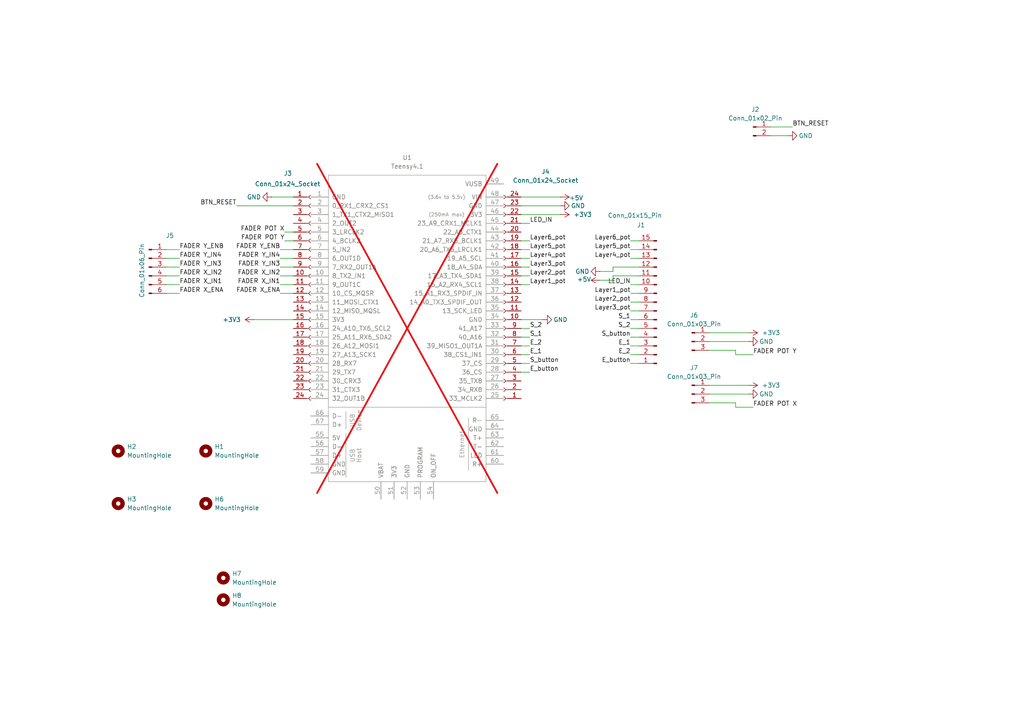
<source format=kicad_sch>
(kicad_sch (version 20250114) (generator "eeschema") (generator_version "9.0")
  (paper "A4")
  (lib_symbols
    (symbol "Connector:Conn_01x02_Pin" (pin_names (offset 1.016) (hide yes))
      (property "Reference" "J" (at 0 2.54 0))
      (property "Value" "Conn_01x02_Pin" (at 0 -5.08 0))
      (symbol "Conn_01x02_Pin_1_1"
        (rectangle (start 0.8636 0.127) (end 0 -0.127) (stroke (width 0.1524)) (fill (type outline)))
        (rectangle (start 0.8636 -2.413) (end 0 -2.667) (stroke (width 0.1524)) (fill (type outline)))
        (polyline (pts (xy 1.27 0) (xy 0.8636 0)) (stroke (width 0.1524)))
        (polyline (pts (xy 1.27 -2.54) (xy 0.8636 -2.54)) (stroke (width 0.1524)))
        (pin passive line (at 5.08 0 180) (length 3.81) (name "Pin_1") (number "1"))
        (pin passive line (at 5.08 -2.54 180) (length 3.81) (name "Pin_2") (number "2"))
      )
    )
    (symbol "Connector:Conn_01x03_Pin" (pin_names (offset 1.016) (hide yes))
      (property "Reference" "J" (at 0 5.08 0))
      (property "Value" "Conn_01x03_Pin" (at 0 -5.08 0))
      (symbol "Conn_01x03_Pin_1_1"
        (rectangle (start 0.8636 2.667) (end 0 2.413) (stroke (width 0.1524)) (fill (type outline)))
        (rectangle (start 0.8636 0.127) (end 0 -0.127) (stroke (width 0.1524)) (fill (type outline)))
        (rectangle (start 0.8636 -2.413) (end 0 -2.667) (stroke (width 0.1524)) (fill (type outline)))
        (polyline (pts (xy 1.27 2.54) (xy 0.8636 2.54)) (stroke (width 0.1524)))
        (polyline (pts (xy 1.27 0) (xy 0.8636 0)) (stroke (width 0.1524)))
        (polyline (pts (xy 1.27 -2.54) (xy 0.8636 -2.54)) (stroke (width 0.1524)))
        (pin passive line (at 5.08 2.54 180) (length 3.81) (name "Pin_1") (number "1"))
        (pin passive line (at 5.08 0 180) (length 3.81) (name "Pin_2") (number "2"))
        (pin passive line (at 5.08 -2.54 180) (length 3.81) (name "Pin_3") (number "3"))
      )
    )
    (symbol "Connector:Conn_01x06_Pin" (pin_names (offset 1.016) (hide yes))
      (property "Reference" "J" (at 0 7.62 0))
      (property "Value" "Conn_01x06_Pin" (at 0 -10.16 0))
      (symbol "Conn_01x06_Pin_1_1"
        (rectangle (start 0.8636 5.207) (end 0 4.953) (stroke (width 0.1524)) (fill (type outline)))
        (rectangle (start 0.8636 2.667) (end 0 2.413) (stroke (width 0.1524)) (fill (type outline)))
        (rectangle (start 0.8636 0.127) (end 0 -0.127) (stroke (width 0.1524)) (fill (type outline)))
        (rectangle (start 0.8636 -2.413) (end 0 -2.667) (stroke (width 0.1524)) (fill (type outline)))
        (rectangle (start 0.8636 -4.953) (end 0 -5.207) (stroke (width 0.1524)) (fill (type outline)))
        (rectangle (start 0.8636 -7.493) (end 0 -7.747) (stroke (width 0.1524)) (fill (type outline)))
        (polyline (pts (xy 1.27 5.08) (xy 0.8636 5.08)) (stroke (width 0.1524)))
        (polyline (pts (xy 1.27 2.54) (xy 0.8636 2.54)) (stroke (width 0.1524)))
        (polyline (pts (xy 1.27 0) (xy 0.8636 0)) (stroke (width 0.1524)))
        (polyline (pts (xy 1.27 -2.54) (xy 0.8636 -2.54)) (stroke (width 0.1524)))
        (polyline (pts (xy 1.27 -5.08) (xy 0.8636 -5.08)) (stroke (width 0.1524)))
        (polyline (pts (xy 1.27 -7.62) (xy 0.8636 -7.62)) (stroke (width 0.1524)))
        (pin passive line (at 5.08 5.08 180) (length 3.81) (name "Pin_1") (number "1"))
        (pin passive line (at 5.08 2.54 180) (length 3.81) (name "Pin_2") (number "2"))
        (pin passive line (at 5.08 0 180) (length 3.81) (name "Pin_3") (number "3"))
        (pin passive line (at 5.08 -2.54 180) (length 3.81) (name "Pin_4") (number "4"))
        (pin passive line (at 5.08 -5.08 180) (length 3.81) (name "Pin_5") (number "5"))
        (pin passive line (at 5.08 -7.62 180) (length 3.81) (name "Pin_6") (number "6"))
      )
    )
    (symbol "Connector:Conn_01x15_Pin" (pin_names (offset 1.016) (hide yes))
      (property "Reference" "J" (at 0 20.32 0))
      (property "Value" "Conn_01x15_Pin" (at 0 -20.32 0))
      (symbol "Conn_01x15_Pin_1_1"
        (rectangle (start 0.8636 17.907) (end 0 17.653) (stroke (width 0.1524)) (fill (type outline)))
        (rectangle (start 0.8636 15.367) (end 0 15.113) (stroke (width 0.1524)) (fill (type outline)))
        (rectangle (start 0.8636 12.827) (end 0 12.573) (stroke (width 0.1524)) (fill (type outline)))
        (rectangle (start 0.8636 10.287) (end 0 10.033) (stroke (width 0.1524)) (fill (type outline)))
        (rectangle (start 0.8636 7.747) (end 0 7.493) (stroke (width 0.1524)) (fill (type outline)))
        (rectangle (start 0.8636 5.207) (end 0 4.953) (stroke (width 0.1524)) (fill (type outline)))
        (rectangle (start 0.8636 2.667) (end 0 2.413) (stroke (width 0.1524)) (fill (type outline)))
        (rectangle (start 0.8636 0.127) (end 0 -0.127) (stroke (width 0.1524)) (fill (type outline)))
        (rectangle (start 0.8636 -2.413) (end 0 -2.667) (stroke (width 0.1524)) (fill (type outline)))
        (rectangle (start 0.8636 -4.953) (end 0 -5.207) (stroke (width 0.1524)) (fill (type outline)))
        (rectangle (start 0.8636 -7.493) (end 0 -7.747) (stroke (width 0.1524)) (fill (type outline)))
        (rectangle (start 0.8636 -10.033) (end 0 -10.287) (stroke (width 0.1524)) (fill (type outline)))
        (rectangle (start 0.8636 -12.573) (end 0 -12.827) (stroke (width 0.1524)) (fill (type outline)))
        (rectangle (start 0.8636 -15.113) (end 0 -15.367) (stroke (width 0.1524)) (fill (type outline)))
        (rectangle (start 0.8636 -17.653) (end 0 -17.907) (stroke (width 0.1524)) (fill (type outline)))
        (polyline (pts (xy 1.27 17.78) (xy 0.8636 17.78)) (stroke (width 0.1524)))
        (polyline (pts (xy 1.27 15.24) (xy 0.8636 15.24)) (stroke (width 0.1524)))
        (polyline (pts (xy 1.27 12.7) (xy 0.8636 12.7)) (stroke (width 0.1524)))
        (polyline (pts (xy 1.27 10.16) (xy 0.8636 10.16)) (stroke (width 0.1524)))
        (polyline (pts (xy 1.27 7.62) (xy 0.8636 7.62)) (stroke (width 0.1524)))
        (polyline (pts (xy 1.27 5.08) (xy 0.8636 5.08)) (stroke (width 0.1524)))
        (polyline (pts (xy 1.27 2.54) (xy 0.8636 2.54)) (stroke (width 0.1524)))
        (polyline (pts (xy 1.27 0) (xy 0.8636 0)) (stroke (width 0.1524)))
        (polyline (pts (xy 1.27 -2.54) (xy 0.8636 -2.54)) (stroke (width 0.1524)))
        (polyline (pts (xy 1.27 -5.08) (xy 0.8636 -5.08)) (stroke (width 0.1524)))
        (polyline (pts (xy 1.27 -7.62) (xy 0.8636 -7.62)) (stroke (width 0.1524)))
        (polyline (pts (xy 1.27 -10.16) (xy 0.8636 -10.16)) (stroke (width 0.1524)))
        (polyline (pts (xy 1.27 -12.7) (xy 0.8636 -12.7)) (stroke (width 0.1524)))
        (polyline (pts (xy 1.27 -15.24) (xy 0.8636 -15.24)) (stroke (width 0.1524)))
        (polyline (pts (xy 1.27 -17.78) (xy 0.8636 -17.78)) (stroke (width 0.1524)))
        (pin passive line (at 5.08 17.78 180) (length 3.81) (name "Pin_1") (number "1"))
        (pin passive line (at 5.08 15.24 180) (length 3.81) (name "Pin_2") (number "2"))
        (pin passive line (at 5.08 12.7 180) (length 3.81) (name "Pin_3") (number "3"))
        (pin passive line (at 5.08 10.16 180) (length 3.81) (name "Pin_4") (number "4"))
        (pin passive line (at 5.08 7.62 180) (length 3.81) (name "Pin_5") (number "5"))
        (pin passive line (at 5.08 5.08 180) (length 3.81) (name "Pin_6") (number "6"))
        (pin passive line (at 5.08 2.54 180) (length 3.81) (name "Pin_7") (number "7"))
        (pin passive line (at 5.08 0 180) (length 3.81) (name "Pin_8") (number "8"))
        (pin passive line (at 5.08 -2.54 180) (length 3.81) (name "Pin_9") (number "9"))
        (pin passive line (at 5.08 -5.08 180) (length 3.81) (name "Pin_10") (number "10"))
        (pin passive line (at 5.08 -7.62 180) (length 3.81) (name "Pin_11") (number "11"))
        (pin passive line (at 5.08 -10.16 180) (length 3.81) (name "Pin_12") (number "12"))
        (pin passive line (at 5.08 -12.7 180) (length 3.81) (name "Pin_13") (number "13"))
        (pin passive line (at 5.08 -15.24 180) (length 3.81) (name "Pin_14") (number "14"))
        (pin passive line (at 5.08 -17.78 180) (length 3.81) (name "Pin_15") (number "15"))
      )
    )
    (symbol "Connector:Conn_01x24_Socket" (pin_names (offset 1.016) (hide yes))
      (property "Reference" "J" (at 0 30.48 0))
      (property "Value" "Conn_01x24_Socket" (at 0 -33.02 0))
      (symbol "Conn_01x24_Socket_1_1"
        (polyline (pts (xy -1.27 27.94) (xy -0.508 27.94)) (stroke (width 0.1524)))
        (polyline (pts (xy -1.27 25.4) (xy -0.508 25.4)) (stroke (width 0.1524)))
        (polyline (pts (xy -1.27 22.86) (xy -0.508 22.86)) (stroke (width 0.1524)))
        (polyline (pts (xy -1.27 20.32) (xy -0.508 20.32)) (stroke (width 0.1524)))
        (polyline (pts (xy -1.27 17.78) (xy -0.508 17.78)) (stroke (width 0.1524)))
        (polyline (pts (xy -1.27 15.24) (xy -0.508 15.24)) (stroke (width 0.1524)))
        (polyline (pts (xy -1.27 12.7) (xy -0.508 12.7)) (stroke (width 0.1524)))
        (polyline (pts (xy -1.27 10.16) (xy -0.508 10.16)) (stroke (width 0.1524)))
        (polyline (pts (xy -1.27 7.62) (xy -0.508 7.62)) (stroke (width 0.1524)))
        (polyline (pts (xy -1.27 5.08) (xy -0.508 5.08)) (stroke (width 0.1524)))
        (polyline (pts (xy -1.27 2.54) (xy -0.508 2.54)) (stroke (width 0.1524)))
        (polyline (pts (xy -1.27 0) (xy -0.508 0)) (stroke (width 0.1524)))
        (polyline (pts (xy -1.27 -2.54) (xy -0.508 -2.54)) (stroke (width 0.1524)))
        (polyline (pts (xy -1.27 -5.08) (xy -0.508 -5.08)) (stroke (width 0.1524)))
        (polyline (pts (xy -1.27 -7.62) (xy -0.508 -7.62)) (stroke (width 0.1524)))
        (polyline (pts (xy -1.27 -10.16) (xy -0.508 -10.16)) (stroke (width 0.1524)))
        (polyline (pts (xy -1.27 -12.7) (xy -0.508 -12.7)) (stroke (width 0.1524)))
        (polyline (pts (xy -1.27 -15.24) (xy -0.508 -15.24)) (stroke (width 0.1524)))
        (polyline (pts (xy -1.27 -17.78) (xy -0.508 -17.78)) (stroke (width 0.1524)))
        (polyline (pts (xy -1.27 -20.32) (xy -0.508 -20.32)) (stroke (width 0.1524)))
        (polyline (pts (xy -1.27 -22.86) (xy -0.508 -22.86)) (stroke (width 0.1524)))
        (polyline (pts (xy -1.27 -25.4) (xy -0.508 -25.4)) (stroke (width 0.1524)))
        (polyline (pts (xy -1.27 -27.94) (xy -0.508 -27.94)) (stroke (width 0.1524)))
        (polyline (pts (xy -1.27 -30.48) (xy -0.508 -30.48)) (stroke (width 0.1524)))
        (arc (start 0 27.432) (mid -0.5058 27.94) (end 0 28.448) (stroke (width 0.1524)))
        (arc (start 0 24.892) (mid -0.5058 25.4) (end 0 25.908) (stroke (width 0.1524)))
        (arc (start 0 22.352) (mid -0.5058 22.86) (end 0 23.368) (stroke (width 0.1524)))
        (arc (start 0 19.812) (mid -0.5058 20.32) (end 0 20.828) (stroke (width 0.1524)))
        (arc (start 0 17.272) (mid -0.5058 17.78) (end 0 18.288) (stroke (width 0.1524)))
        (arc (start 0 14.732) (mid -0.5058 15.24) (end 0 15.748) (stroke (width 0.1524)))
        (arc (start 0 12.192) (mid -0.5058 12.7) (end 0 13.208) (stroke (width 0.1524)))
        (arc (start 0 9.652) (mid -0.5058 10.16) (end 0 10.668) (stroke (width 0.1524)))
        (arc (start 0 7.112) (mid -0.5058 7.62) (end 0 8.128) (stroke (width 0.1524)))
        (arc (start 0 4.572) (mid -0.5058 5.08) (end 0 5.588) (stroke (width 0.1524)))
        (arc (start 0 2.032) (mid -0.5058 2.54) (end 0 3.048) (stroke (width 0.1524)))
        (arc (start 0 -0.508) (mid -0.5058 0) (end 0 0.508) (stroke (width 0.1524)))
        (arc (start 0 -3.048) (mid -0.5058 -2.54) (end 0 -2.032) (stroke (width 0.1524)))
        (arc (start 0 -5.588) (mid -0.5058 -5.08) (end 0 -4.572) (stroke (width 0.1524)))
        (arc (start 0 -8.128) (mid -0.5058 -7.62) (end 0 -7.112) (stroke (width 0.1524)))
        (arc (start 0 -10.668) (mid -0.5058 -10.16) (end 0 -9.652) (stroke (width 0.1524)))
        (arc (start 0 -13.208) (mid -0.5058 -12.7) (end 0 -12.192) (stroke (width 0.1524)))
        (arc (start 0 -15.748) (mid -0.5058 -15.24) (end 0 -14.732) (stroke (width 0.1524)))
        (arc (start 0 -18.288) (mid -0.5058 -17.78) (end 0 -17.272) (stroke (width 0.1524)))
        (arc (start 0 -20.828) (mid -0.5058 -20.32) (end 0 -19.812) (stroke (width 0.1524)))
        (arc (start 0 -23.368) (mid -0.5058 -22.86) (end 0 -22.352) (stroke (width 0.1524)))
        (arc (start 0 -25.908) (mid -0.5058 -25.4) (end 0 -24.892) (stroke (width 0.1524)))
        (arc (start 0 -28.448) (mid -0.5058 -27.94) (end 0 -27.432) (stroke (width 0.1524)))
        (arc (start 0 -30.988) (mid -0.5058 -30.48) (end 0 -29.972) (stroke (width 0.1524)))
        (pin passive line (at -5.08 27.94 0) (length 3.81) (name "Pin_1") (number "1"))
        (pin passive line (at -5.08 25.4 0) (length 3.81) (name "Pin_2") (number "2"))
        (pin passive line (at -5.08 22.86 0) (length 3.81) (name "Pin_3") (number "3"))
        (pin passive line (at -5.08 20.32 0) (length 3.81) (name "Pin_4") (number "4"))
        (pin passive line (at -5.08 17.78 0) (length 3.81) (name "Pin_5") (number "5"))
        (pin passive line (at -5.08 15.24 0) (length 3.81) (name "Pin_6") (number "6"))
        (pin passive line (at -5.08 12.7 0) (length 3.81) (name "Pin_7") (number "7"))
        (pin passive line (at -5.08 10.16 0) (length 3.81) (name "Pin_8") (number "8"))
        (pin passive line (at -5.08 7.62 0) (length 3.81) (name "Pin_9") (number "9"))
        (pin passive line (at -5.08 5.08 0) (length 3.81) (name "Pin_10") (number "10"))
        (pin passive line (at -5.08 2.54 0) (length 3.81) (name "Pin_11") (number "11"))
        (pin passive line (at -5.08 0 0) (length 3.81) (name "Pin_12") (number "12"))
        (pin passive line (at -5.08 -2.54 0) (length 3.81) (name "Pin_13") (number "13"))
        (pin passive line (at -5.08 -5.08 0) (length 3.81) (name "Pin_14") (number "14"))
        (pin passive line (at -5.08 -7.62 0) (length 3.81) (name "Pin_15") (number "15"))
        (pin passive line (at -5.08 -10.16 0) (length 3.81) (name "Pin_16") (number "16"))
        (pin passive line (at -5.08 -12.7 0) (length 3.81) (name "Pin_17") (number "17"))
        (pin passive line (at -5.08 -15.24 0) (length 3.81) (name "Pin_18") (number "18"))
        (pin passive line (at -5.08 -17.78 0) (length 3.81) (name "Pin_19") (number "19"))
        (pin passive line (at -5.08 -20.32 0) (length 3.81) (name "Pin_20") (number "20"))
        (pin passive line (at -5.08 -22.86 0) (length 3.81) (name "Pin_21") (number "21"))
        (pin passive line (at -5.08 -25.4 0) (length 3.81) (name "Pin_22") (number "22"))
        (pin passive line (at -5.08 -27.94 0) (length 3.81) (name "Pin_23") (number "23"))
        (pin passive line (at -5.08 -30.48 0) (length 3.81) (name "Pin_24") (number "24"))
      )
    )
    (symbol "Mechanical:MountingHole" (pin_names (offset 1.016)) (in_bom no)
      (property "Reference" "H" (at 0 5.08 0))
      (property "Value" "MountingHole" (at 0 3.175 0))
      (symbol "MountingHole_0_1"
        (circle (center 0 0) (radius 1.27) (stroke (width 1.27)))
      )
    )
    (symbol "power:+3V3" (power) (pin_numbers (hide yes)) (pin_names (offset 0) (hide yes))
      (property "Value" "+3V3" (at 0 3.556 0))
      (symbol "+3V3_0_1"
        (polyline (pts (xy -0.762 1.27) (xy 0 2.54)))
        (polyline (pts (xy 0 2.54) (xy 0.762 1.27)))
        (polyline (pts (xy 0 0) (xy 0 2.54)))
      )
      (symbol "+3V3_1_1"
        (pin power_in line (at 0 0 90) (length 0) (name "~") (number "1"))
      )
    )
    (symbol "power:+5V" (power) (pin_numbers (hide yes)) (pin_names (offset 0) (hide yes))
      (property "Value" "+5V" (at 0 3.556 0))
      (symbol "+5V_0_1"
        (polyline (pts (xy -0.762 1.27) (xy 0 2.54)))
        (polyline (pts (xy 0 2.54) (xy 0.762 1.27)))
        (polyline (pts (xy 0 0) (xy 0 2.54)))
      )
      (symbol "+5V_1_1"
        (pin power_in line (at 0 0 90) (length 0) (name "~") (number "1"))
      )
    )
    (symbol "power:GND" (power) (pin_numbers (hide yes)) (pin_names (offset 0) (hide yes))
      (property "Value" "GND" (at 0 -3.81 0))
      (symbol "GND_0_1"
        (polyline (pts (xy 0 0) (xy 0 -1.27) (xy 1.27 -1.27) (xy 0 -2.54) (xy -1.27 -1.27) (xy 0 -1.27)))
      )
      (symbol "GND_1_1"
        (pin power_in line (at 0 0 270) (length 0) (name "~") (number "1"))
      )
    )
    (symbol "teensy:Teensy4.1" (pin_names (offset 1.016))
      (property "Reference" "U" (at 0 64.77 0))
      (property "Value" "Teensy4.1" (at 0 62.23 0))
      (symbol "Teensy4.1_0_0"
        (polyline (pts (xy -22.86 -6.35) (xy 22.86 -6.35)))
        (polyline (pts (xy -17.78 -7.62) (xy -17.78 -12.7)))
        (polyline (pts (xy -17.78 -26.67) (xy -17.78 -13.97)))
        (polyline (pts (xy 17.78 -9.525) (xy 17.78 -24.765)))
        (text "USB" (at -15.875 -10.16 900) (effects (font (size 1.27 1.27))))
        (text "USB" (at -15.875 -20.32 900) (effects (font (size 1.27 1.27))))
        (text "Device" (at -13.97 -10.16 900) (effects (font (size 1.27 1.27))))
        (text "Host" (at -13.97 -20.32 900) (effects (font (size 1.27 1.27))))
        (text "(3.6v to 5.5v)" (at 11.43 54.61 0) (effects (font (size 1.016 1.016))))
        (text "(250mA max)" (at 11.43 49.53 0) (effects (font (size 1.016 1.016))))
        (text "Ethernet" (at 15.875 -17.145 900) (effects (font (size 1.27 1.27))))
        (pin bidirectional line (at -27.94 44.45 0) (length 5.08) (name "3_LRCLK2") (number "5"))
        (pin bidirectional line (at -27.94 41.91 0) (length 5.08) (name "4_BCLK2") (number "6"))
        (pin bidirectional line (at -27.94 39.37 0) (length 5.08) (name "5_IN2") (number "7"))
        (pin bidirectional line (at -27.94 36.83 0) (length 5.08) (name "6_OUT1D") (number "8"))
        (pin bidirectional line (at -27.94 34.29 0) (length 5.08) (name "7_RX2_OUT1A") (number "9"))
        (pin bidirectional line (at -27.94 31.75 0) (length 5.08) (name "8_TX2_IN1") (number "10"))
        (pin bidirectional line (at -27.94 29.21 0) (length 5.08) (name "9_OUT1C") (number "11"))
        (pin bidirectional line (at -27.94 26.67 0) (length 5.08) (name "10_CS_MQSR") (number "12"))
        (pin bidirectional line (at -27.94 24.13 0) (length 5.08) (name "11_MOSI_CTX1") (number "13"))
        (pin bidirectional line (at -27.94 21.59 0) (length 5.08) (name "12_MISO_MQSL") (number "14"))
        (pin power_in line (at -27.94 19.05 0) (length 5.08) (name "3V3") (number "15"))
        (pin bidirectional line (at -27.94 16.51 0) (length 5.08) (name "24_A10_TX6_SCL2") (number "16"))
        (pin bidirectional line (at -27.94 13.97 0) (length 5.08) (name "25_A11_RX6_SDA2") (number "17"))
        (pin bidirectional line (at -27.94 11.43 0) (length 5.08) (name "26_A12_MOSI1") (number "18"))
        (pin bidirectional line (at -27.94 8.89 0) (length 5.08) (name "27_A13_SCK1") (number "19"))
        (pin bidirectional line (at -27.94 6.35 0) (length 5.08) (name "28_RX7") (number "20"))
        (pin bidirectional line (at -27.94 3.81 0) (length 5.08) (name "29_TX7") (number "21"))
        (pin bidirectional line (at -27.94 1.27 0) (length 5.08) (name "30_CRX3") (number "22"))
        (pin bidirectional line (at -27.94 -1.27 0) (length 5.08) (name "31_CTX3") (number "23"))
        (pin bidirectional line (at -27.94 -3.81 0) (length 5.08) (name "32_OUT1B") (number "24"))
        (pin bidirectional line (at -27.94 -8.89 0) (length 5.08) (name "D-") (number "66"))
        (pin bidirectional line (at -27.94 -11.43 0) (length 5.08) (name "D+") (number "67"))
        (pin power_out line (at -27.94 -15.24 0) (length 5.08) (name "5V") (number "55"))
        (pin bidirectional line (at -27.94 -17.78 0) (length 5.08) (name "D-") (number "56"))
        (pin bidirectional line (at -27.94 -20.32 0) (length 5.08) (name "D+") (number "57"))
        (pin power_in line (at -27.94 -22.86 0) (length 5.08) (name "GND") (number "58"))
        (pin power_in line (at -27.94 -25.4 0) (length 5.08) (name "GND") (number "59"))
        (pin power_in line (at -7.62 -33.02 90) (length 5.08) (name "VBAT") (number "50"))
        (pin power_in line (at -3.81 -33.02 90) (length 5.08) (name "3V3") (number "51"))
        (pin input line (at 0 -33.02 90) (length 5.08) (name "GND") (number "52"))
        (pin input line (at 3.81 -33.02 90) (length 5.08) (name "PROGRAM") (number "53"))
        (pin input line (at 7.62 -33.02 90) (length 5.08) (name "ON_OFF") (number "54"))
        (pin power_out line (at 27.94 58.42 180) (length 5.08) (name "VUSB") (number "49"))
        (pin power_in line (at 27.94 54.61 180) (length 5.08) (name "VIN") (number "48"))
        (pin output line (at 27.94 52.07 180) (length 5.08) (name "GND") (number "47"))
        (pin output line (at 27.94 49.53 180) (length 5.08) (name "3V3") (number "46"))
        (pin bidirectional line (at 27.94 46.99 180) (length 5.08) (name "23_A9_CRX1_MCLK1") (number "45"))
        (pin bidirectional line (at 27.94 44.45 180) (length 5.08) (name "22_A8_CTX1") (number "44"))
        (pin bidirectional line (at 27.94 41.91 180) (length 5.08) (name "21_A7_RX5_BCLK1") (number "43"))
        (pin bidirectional line (at 27.94 39.37 180) (length 5.08) (name "20_A6_TX5_LRCLK1") (number "42"))
        (pin bidirectional line (at 27.94 36.83 180) (length 5.08) (name "19_A5_SCL") (number "41"))
        (pin bidirectional line (at 27.94 34.29 180) (length 5.08) (name "18_A4_SDA") (number "40"))
        (pin bidirectional line (at 27.94 31.75 180) (length 5.08) (name "17_A3_TX4_SDA1") (number "39"))
        (pin bidirectional line (at 27.94 29.21 180) (length 5.08) (name "16_A2_RX4_SCL1") (number "38"))
        (pin bidirectional line (at 27.94 26.67 180) (length 5.08) (name "15_A1_RX3_SPDIF_IN") (number "37"))
        (pin bidirectional line (at 27.94 24.13 180) (length 5.08) (name "14_A0_TX3_SPDIF_OUT") (number "36"))
        (pin bidirectional line (at 27.94 21.59 180) (length 5.08) (name "13_SCK_LED") (number "35"))
        (pin bidirectional line (at 27.94 16.51 180) (length 5.08) (name "41_A17") (number "33"))
        (pin bidirectional line (at 27.94 13.97 180) (length 5.08) (name "40_A16") (number "32"))
        (pin bidirectional line (at 27.94 11.43 180) (length 5.08) (name "39_MISO1_OUT1A") (number "31"))
        (pin bidirectional line (at 27.94 8.89 180) (length 5.08) (name "38_CS1_IN1") (number "30"))
        (pin bidirectional line (at 27.94 6.35 180) (length 5.08) (name "37_CS") (number "29"))
        (pin bidirectional line (at 27.94 3.81 180) (length 5.08) (name "36_CS") (number "28"))
        (pin bidirectional line (at 27.94 1.27 180) (length 5.08) (name "35_TX8") (number "27"))
        (pin bidirectional line (at 27.94 -1.27 180) (length 5.08) (name "34_RX8") (number "26"))
        (pin bidirectional line (at 27.94 -3.81 180) (length 5.08) (name "33_MCLK2") (number "25"))
        (pin bidirectional line (at 27.94 -10.16 180) (length 5.08) (name "R-") (number "65"))
        (pin power_in line (at 27.94 -12.7 180) (length 5.08) (name "GND") (number "64"))
        (pin bidirectional line (at 27.94 -15.24 180) (length 5.08) (name "T+") (number "63"))
        (pin bidirectional line (at 27.94 -17.78 180) (length 5.08) (name "T-") (number "62"))
        (pin bidirectional line (at 27.94 -20.32 180) (length 5.08) (name "LED") (number "61"))
        (pin bidirectional line (at 27.94 -22.86 180) (length 5.08) (name "R+") (number "60"))
      )
      (symbol "Teensy4.1_0_1"
        (rectangle (start -22.86 60.96) (end 22.86 -27.94))
        (rectangle (start -20.32 -1.27) (end -20.32 -1.27))
      )
      (symbol "Teensy4.1_1_1"
        (pin power_in line (at -27.94 54.61 0) (length 5.08) (name "GND") (number "1"))
        (pin bidirectional line (at -27.94 52.07 0) (length 5.08) (name "0_RX1_CRX2_CS1") (number "2"))
        (pin bidirectional line (at -27.94 49.53 0) (length 5.08) (name "1_TX1_CTX2_MISO1") (number "3"))
        (pin bidirectional line (at -27.94 46.99 0) (length 5.08) (name "2_OUT2") (number "4"))
        (pin power_in line (at 27.94 19.05 180) (length 5.08) (name "GND") (number "34"))
      )
    )
  )
  (wire (pts (xy 81.28 85.09) (xy 85.09 85.09)))
  (wire (pts (xy 52.07 77.47) (xy 48.26 77.47)))
  (wire (pts (xy 173.99 81.28) (xy 177.8 81.28)))
  (wire (pts (xy 182.88 87.63) (xy 185.42 87.63)))
  (wire (pts (xy 182.88 72.39) (xy 185.42 72.39)))
  (wire (pts (xy 151.13 57.15) (xy 162.56 57.15)))
  (wire (pts (xy 182.88 95.25) (xy 185.42 95.25)))
  (wire (pts (xy 153.67 74.93) (xy 151.13 74.93)))
  (wire (pts (xy 153.67 95.25) (xy 151.13 95.25)))
  (wire (pts (xy 153.67 82.55) (xy 151.13 82.55)))
  (wire (pts (xy 52.07 85.09) (xy 48.26 85.09)))
  (wire (pts (xy 153.67 102.87) (xy 151.13 102.87)))
  (wire (pts (xy 213.36 118.11) (xy 218.44 118.11)))
  (wire (pts (xy 182.88 92.71) (xy 185.42 92.71)))
  (wire (pts (xy 205.74 96.52) (xy 217.17 96.52)))
  (wire (pts (xy 223.52 39.37) (xy 228.6 39.37)))
  (wire (pts (xy 153.67 64.77) (xy 151.13 64.77)))
  (wire (pts (xy 223.52 36.83) (xy 229.87 36.83)))
  (wire (pts (xy 52.07 82.55) (xy 48.26 82.55)))
  (wire (pts (xy 81.28 74.93) (xy 85.09 74.93)))
  (wire (pts (xy 153.67 97.79) (xy 151.13 97.79)))
  (wire (pts (xy 177.8 81.28) (xy 177.8 80.01)))
  (wire (pts (xy 177.8 80.01) (xy 185.42 80.01)))
  (wire (pts (xy 182.88 69.85) (xy 185.42 69.85)))
  (wire (pts (xy 173.99 78.74) (xy 177.8 78.74)))
  (wire (pts (xy 205.74 114.3) (xy 217.17 114.3)))
  (wire (pts (xy 151.13 62.23) (xy 162.56 62.23)))
  (wire (pts (xy 153.67 107.95) (xy 151.13 107.95)))
  (wire (pts (xy 177.8 77.47) (xy 185.42 77.47)))
  (wire (pts (xy 85.09 92.71) (xy 73.66 92.71)))
  (wire (pts (xy 78.74 57.15) (xy 85.09 57.15)))
  (wire (pts (xy 153.67 105.41) (xy 151.13 105.41)))
  (wire (pts (xy 81.28 82.55) (xy 85.09 82.55)))
  (wire (pts (xy 182.88 100.33) (xy 185.42 100.33)))
  (wire (pts (xy 82.55 67.31) (xy 85.09 67.31)))
  (wire (pts (xy 213.36 118.11) (xy 213.36 116.84)))
  (wire (pts (xy 177.8 78.74) (xy 177.8 77.47)))
  (wire (pts (xy 153.67 80.01) (xy 151.13 80.01)))
  (wire (pts (xy 182.88 97.79) (xy 185.42 97.79)))
  (wire (pts (xy 182.88 102.87) (xy 185.42 102.87)))
  (wire (pts (xy 81.28 80.01) (xy 85.09 80.01)))
  (wire (pts (xy 52.07 74.93) (xy 48.26 74.93)))
  (wire (pts (xy 153.67 72.39) (xy 151.13 72.39)))
  (wire (pts (xy 213.36 116.84) (xy 205.74 116.84)))
  (wire (pts (xy 81.28 72.39) (xy 85.09 72.39)))
  (wire (pts (xy 205.74 111.76) (xy 217.17 111.76)))
  (wire (pts (xy 153.67 100.33) (xy 151.13 100.33)))
  (wire (pts (xy 52.07 80.01) (xy 48.26 80.01)))
  (wire (pts (xy 52.07 72.39) (xy 48.26 72.39)))
  (wire (pts (xy 153.67 77.47) (xy 151.13 77.47)))
  (wire (pts (xy 205.74 99.06) (xy 217.17 99.06)))
  (wire (pts (xy 82.55 69.85) (xy 85.09 69.85)))
  (wire (pts (xy 213.36 101.6) (xy 205.74 101.6)))
  (wire (pts (xy 182.88 105.41) (xy 185.42 105.41)))
  (wire (pts (xy 81.28 77.47) (xy 85.09 77.47)))
  (wire (pts (xy 182.88 82.55) (xy 185.42 82.55)))
  (wire (pts (xy 213.36 102.87) (xy 218.44 102.87)))
  (wire (pts (xy 153.67 69.85) (xy 151.13 69.85)))
  (wire (pts (xy 151.13 59.69) (xy 162.56 59.69)))
  (wire (pts (xy 182.88 74.93) (xy 185.42 74.93)))
  (wire (pts (xy 68.58 59.69) (xy 85.09 59.69)))
  (wire (pts (xy 213.36 102.87) (xy 213.36 101.6)))
  (wire (pts (xy 182.88 90.17) (xy 185.42 90.17)))
  (wire (pts (xy 182.88 85.09) (xy 185.42 85.09)))
  (wire (pts (xy 157.48 92.71) (xy 151.13 92.71)))
  (label "FADER Y_ENB" (at 52.07 72.39 0))
  (label "E_1" (at 182.88 100.33 180))
  (label "FADER Y_IN4" (at 52.07 74.93 0))
  (label "Layer3_pot" (at 182.88 90.17 180))
  (label "FADER POT X" (at 82.55 67.31 180))
  (label "Layer6_pot" (at 182.88 69.85 180))
  (label "FADER X_IN1" (at 52.07 82.55 0))
  (label "E_button" (at 153.67 107.95 0))
  (label "FADER X_ENA" (at 81.28 85.09 180))
  (label "LED_IN" (at 182.88 82.55 180))
  (label "FADER X_IN2" (at 52.07 80.01 0))
  (label "S_1" (at 182.88 92.71 180))
  (label "LED_IN" (at 153.67 64.77 0))
  (label "FADER X_IN2" (at 81.28 80.01 180))
  (label "S_button" (at 182.88 97.79 180))
  (label "Layer4_pot" (at 153.67 74.93 0))
  (label "FADER POT Y" (at 82.55 69.85 180))
  (label "Layer3_pot" (at 153.67 77.47 0))
  (label "Layer2_pot" (at 182.88 87.63 180))
  (label "Layer2_pot" (at 153.67 80.01 0))
  (label "S_button" (at 153.67 105.41 0))
  (label "E_2" (at 153.67 100.33 0))
  (label "Layer5_pot" (at 153.67 72.39 0))
  (label "FADER Y_ENB" (at 81.28 72.39 180))
  (label "E_2" (at 182.88 102.87 180))
  (label "BTN_RESET" (at 229.87 36.83 0))
  (label "FADER X_IN1" (at 81.28 82.55 180))
  (label "FADER Y_IN3" (at 52.07 77.47 0))
  (label "FADER Y_IN3" (at 81.28 77.47 180))
  (label "FADER Y_IN4" (at 81.28 74.93 180))
  (label "S_2" (at 182.88 95.25 180))
  (label "FADER X_ENA" (at 52.07 85.09 0))
  (label "S_1" (at 153.67 97.79 0))
  (label "BTN_RESET" (at 68.58 59.69 180))
  (label "Layer5_pot" (at 182.88 72.39 180))
  (label "E_button" (at 182.88 105.41 180))
  (label "S_2" (at 153.67 95.25 0))
  (label "FADER POT Y" (at 218.44 102.87 0))
  (label "E_1" (at 153.67 102.87 0))
  (label "Layer4_pot" (at 182.88 74.93 180))
  (label "Layer1_pot" (at 182.88 85.09 180))
  (label "FADER POT X" (at 218.44 118.11 0))
  (label "Layer1_pot" (at 153.67 82.55 0))
  (label "Layer6_pot" (at 153.67 69.85 0))
  (symbol (lib_id "Mechanical:MountingHole") (at 64.77 167.64 0) (unit 1) (in_bom no)
    (property "Reference" "H7" (at 67.31 166.3699 0) (effects (justify left)))
    (property "Value" "MountingHole" (at 67.31 168.9099 0) (effects (justify left)))
    (property "Footprint" "MountingHole:ToolingHole_1.152mm" (effects (hide yes)))
    (property "Description" "Mounting Hole without connection" (effects (hide yes)))
  )
  (symbol (lib_id "power:+3V3") (at 162.56 62.23 270) (unit 1)
    (property "Reference" "#PWR05" (effects (hide yes)))
    (property "Value" "+3V3" (at 166.37 62.2299 90) (effects (justify left)))
    (property "Description" "Power symbol creates a global label with name \"+3V3\"" (effects (hide yes)))
  )
  (symbol (lib_id "Mechanical:MountingHole") (at 64.77 173.99 0) (unit 1) (in_bom no)
    (property "Reference" "H8" (at 67.31 172.7199 0) (effects (justify left)))
    (property "Value" "MountingHole" (at 67.31 175.2599 0) (effects (justify left)))
    (property "Footprint" "MountingHole:ToolingHole_1.152mm" (effects (hide yes)))
    (property "Description" "Mounting Hole without connection" (effects (hide yes)))
  )
  (symbol (lib_id "power:GND") (at 173.99 78.74 270) (unit 1)
    (property "Reference" "#PWR016" (effects (hide yes)))
    (property "Value" "GND" (at 168.91 78.74 90))
    (property "Description" "Power symbol creates a global label with name \"GND\" , ground" (effects (hide yes)))
  )
  (symbol (lib_id "Mechanical:MountingHole") (at 34.29 146.05 0) (unit 1) (in_bom no)
    (property "Reference" "H3" (at 36.83 144.7799 0) (effects (justify left)))
    (property "Value" "MountingHole" (at 36.83 147.3199 0) (effects (justify left)))
    (property "Footprint" "MountingHole:MountingHole_3.2mm_M3_Pad" (effects (hide yes)))
    (property "Description" "Mounting Hole without connection" (effects (hide yes)))
  )
  (symbol (lib_id "power:+3V3") (at 217.17 96.52 270) (unit 1)
    (property "Reference" "#PWR06" (effects (hide yes)))
    (property "Value" "+3V3" (at 220.98 96.5199 90) (effects (justify left)))
    (property "Description" "Power symbol creates a global label with name \"+3V3\"" (effects (hide yes)))
  )
  (symbol (lib_id "Mechanical:MountingHole") (at 59.69 130.81 0) (unit 1) (in_bom no)
    (property "Reference" "H1" (at 62.23 129.5399 0) (effects (justify left)))
    (property "Value" "MountingHole" (at 62.23 132.0799 0) (effects (justify left)))
    (property "Footprint" "MountingHole:MountingHole_3.2mm_M3_Pad" (effects (hide yes)))
    (property "Description" "Mounting Hole without connection" (effects (hide yes)))
  )
  (symbol (lib_id "Connector:Conn_01x15_Pin") (at 190.5 87.63 180) (unit 1)
    (property "Reference" "J1" (at 185.928 65.278 0))
    (property "Value" "Conn_01x15_Pin" (at 184.15 62.484 0))
    (property "Footprint" "Connector_JST:JST_PH_S15B-PH-K_1x15_P2.00mm_Horizontal" (effects (hide yes)))
    (property "Description" "Generic connector, single row, 01x15, script generated" (effects (hide yes)))
  )
  (symbol (lib_id "Connector:Conn_01x24_Socket") (at 90.17 85.09 0) (unit 1)
    (property "Reference" "J3" (at 82.296 50.292 0) (effects (justify left)))
    (property "Value" "Conn_01x24_Socket" (at 73.914 53.34 0) (effects (justify left)))
    (property "Footprint" "Connector_PinSocket_2.54mm:PinSocket_1x24_P2.54mm_Vertical" (effects (hide yes)))
    (property "Description" "Generic connector, single row, 01x24, script generated" (effects (hide yes)))
  )
  (symbol (lib_id "Connector:Conn_01x03_Pin") (at 200.66 114.3 0) (unit 1)
    (property "Reference" "J7" (at 201.295 106.68 0))
    (property "Value" "Conn_01x03_Pin" (at 201.295 109.22 0))
    (property "Footprint" "Connector_JST:JST_PH_S3B-PH-K_1x03_P2.00mm_Horizontal" (effects (hide yes)))
    (property "Description" "Generic connector, single row, 01x03, script generated" (effects (hide yes)))
  )
  (symbol (lib_id "Connector:Conn_01x24_Socket") (at 146.05 87.63 180) (unit 1)
    (property "Reference" "J4" (at 158.242 49.784 0))
    (property "Value" "Conn_01x24_Socket" (at 158.242 52.324 0))
    (property "Footprint" "Connector_PinSocket_2.54mm:PinSocket_1x24_P2.54mm_Vertical" (effects (hide yes)))
    (property "Description" "Generic connector, single row, 01x24, script generated" (effects (hide yes)))
  )
  (symbol (lib_id "teensy:Teensy4.1") (at 118.11 111.76 0) (unit 1) (dnp yes)
    (property "Reference" "U1" (at 118.11 45.72 0))
    (property "Value" "Teensy4.1" (at 118.11 48.26 0))
    (property "Footprint" "Teensy:Teensy41" (effects (hide yes)))
  )
  (symbol (lib_id "Connector:Conn_01x02_Pin") (at 218.44 36.83 0) (unit 1)
    (property "Reference" "J2" (at 219.075 31.75 0))
    (property "Value" "Conn_01x02_Pin" (at 219.075 34.29 0))
    (property "Footprint" "Connector_JST:JST_PH_S2B-PH-K_1x02_P2.00mm_Horizontal" (effects (hide yes)))
    (property "Description" "Generic connector, single row, 01x02, script generated" (effects (hide yes)))
  )
  (symbol (lib_id "power:GND") (at 157.48 92.71 90) (unit 1)
    (property "Reference" "#PWR03" (effects (hide yes)))
    (property "Value" "GND" (at 162.56 92.71 90))
    (property "Description" "Power symbol creates a global label with name \"GND\" , ground" (effects (hide yes)))
  )
  (symbol (lib_id "power:+5V") (at 162.56 57.15 270) (unit 1)
    (property "Reference" "#PWR01" (effects (hide yes)))
    (property "Value" "+5V" (at 167.132 57.404 90))
    (property "Description" "Power symbol creates a global label with name \"+5V\"" (effects (hide yes)))
  )
  (symbol (lib_id "Mechanical:MountingHole") (at 34.29 130.81 0) (unit 1) (in_bom no)
    (property "Reference" "H2" (at 36.83 129.5399 0) (effects (justify left)))
    (property "Value" "MountingHole" (at 36.83 132.0799 0) (effects (justify left)))
    (property "Footprint" "MountingHole:MountingHole_3.2mm_M3_Pad" (effects (hide yes)))
    (property "Description" "Mounting Hole without connection" (effects (hide yes)))
  )
  (symbol (lib_id "Connector:Conn_01x06_Pin") (at 43.18 77.47 0) (unit 1)
    (property "Reference" "J5" (at 49.276 68.326 0))
    (property "Value" "Conn_01x06_Pin" (at 41.148 78.486 90))
    (property "Footprint" "Connector_JST:JST_PH_S6B-PH-K_1x06_P2.00mm_Horizontal" (effects (hide yes)))
    (property "Description" "Generic connector, single row, 01x06, script generated" (effects (hide yes)))
  )
  (symbol (lib_id "power:GND") (at 162.56 59.69 90) (unit 1)
    (property "Reference" "#PWR02" (effects (hide yes)))
    (property "Value" "GND" (at 167.64 59.69 90))
    (property "Description" "Power symbol creates a global label with name \"GND\" , ground" (effects (hide yes)))
  )
  (symbol (lib_id "power:+5V") (at 173.99 81.28 90) (unit 1)
    (property "Reference" "#PWR015" (effects (hide yes)))
    (property "Value" "+5V" (at 169.418 81.026 90))
    (property "Description" "Power symbol creates a global label with name \"+5V\"" (effects (hide yes)))
  )
  (symbol (lib_id "power:GND") (at 217.17 99.06 90) (unit 1)
    (property "Reference" "#PWR07" (effects (hide yes)))
    (property "Value" "GND" (at 222.25 99.06 90))
    (property "Description" "Power symbol creates a global label with name \"GND\" , ground" (effects (hide yes)))
  )
  (symbol (lib_id "power:GND") (at 228.6 39.37 90) (unit 1)
    (property "Reference" "#PWR010" (effects (hide yes)))
    (property "Value" "GND" (at 233.68 39.37 90))
    (property "Description" "Power symbol creates a global label with name \"GND\" , ground" (effects (hide yes)))
  )
  (symbol (lib_id "power:GND") (at 78.74 57.15 270) (unit 1)
    (property "Reference" "#PWR04" (effects (hide yes)))
    (property "Value" "GND" (at 73.66 57.15 90))
    (property "Description" "Power symbol creates a global label with name \"GND\" , ground" (effects (hide yes)))
  )
  (symbol (lib_id "Mechanical:MountingHole") (at 59.69 146.05 0) (unit 1) (in_bom no)
    (property "Reference" "H6" (at 62.23 144.7799 0) (effects (justify left)))
    (property "Value" "MountingHole" (at 62.23 147.3199 0) (effects (justify left)))
    (property "Footprint" "MountingHole:MountingHole_3.2mm_M3_Pad" (effects (hide yes)))
    (property "Description" "Mounting Hole without connection" (effects (hide yes)))
  )
  (symbol (lib_id "power:GND") (at 217.17 114.3 90) (unit 1)
    (property "Reference" "#PWR09" (effects (hide yes)))
    (property "Value" "GND" (at 222.25 114.3 90))
    (property "Description" "Power symbol creates a global label with name \"GND\" , ground" (effects (hide yes)))
  )
  (symbol (lib_id "power:+3V3") (at 73.66 92.71 90) (unit 1)
    (property "Reference" "#PWR011" (effects (hide yes)))
    (property "Value" "+3V3" (at 69.85 92.7101 90) (effects (justify left)))
    (property "Description" "Power symbol creates a global label with name \"+3V3\"" (effects (hide yes)))
  )
  (symbol (lib_id "power:+3V3") (at 217.17 111.76 270) (unit 1)
    (property "Reference" "#PWR08" (effects (hide yes)))
    (property "Value" "+3V3" (at 220.98 111.7599 90) (effects (justify left)))
    (property "Description" "Power symbol creates a global label with name \"+3V3\"" (effects (hide yes)))
  )
  (symbol (lib_id "Connector:Conn_01x03_Pin") (at 200.66 99.06 0) (unit 1)
    (property "Reference" "J6" (at 201.295 91.44 0))
    (property "Value" "Conn_01x03_Pin" (at 201.295 93.98 0))
    (property "Footprint" "Connector_JST:JST_PH_S3B-PH-K_1x03_P2.00mm_Horizontal" (effects (hide yes)))
    (property "Description" "Generic connector, single row, 01x03, script generated" (effects (hide yes)))
  )
)
</source>
